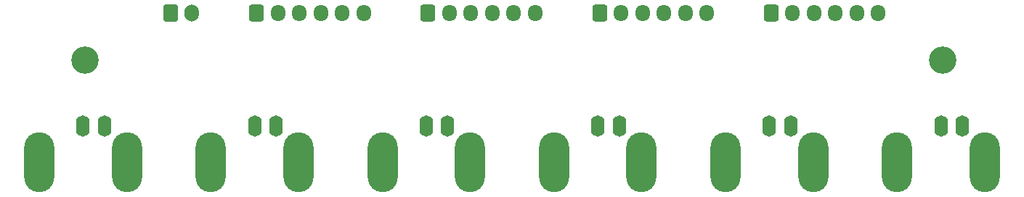
<source format=gbr>
%TF.GenerationSoftware,KiCad,Pcbnew,7.0.8*%
%TF.CreationDate,2024-02-13T18:25:42+01:00*%
%TF.ProjectId,BlankingRelay_Top1,426c616e-6b69-46e6-9752-656c61795f54,rev?*%
%TF.SameCoordinates,Original*%
%TF.FileFunction,Soldermask,Bot*%
%TF.FilePolarity,Negative*%
%FSLAX46Y46*%
G04 Gerber Fmt 4.6, Leading zero omitted, Abs format (unit mm)*
G04 Created by KiCad (PCBNEW 7.0.8) date 2024-02-13 18:25:42*
%MOMM*%
%LPD*%
G01*
G04 APERTURE LIST*
G04 Aperture macros list*
%AMRoundRect*
0 Rectangle with rounded corners*
0 $1 Rounding radius*
0 $2 $3 $4 $5 $6 $7 $8 $9 X,Y pos of 4 corners*
0 Add a 4 corners polygon primitive as box body*
4,1,4,$2,$3,$4,$5,$6,$7,$8,$9,$2,$3,0*
0 Add four circle primitives for the rounded corners*
1,1,$1+$1,$2,$3*
1,1,$1+$1,$4,$5*
1,1,$1+$1,$6,$7*
1,1,$1+$1,$8,$9*
0 Add four rect primitives between the rounded corners*
20,1,$1+$1,$2,$3,$4,$5,0*
20,1,$1+$1,$4,$5,$6,$7,0*
20,1,$1+$1,$6,$7,$8,$9,0*
20,1,$1+$1,$8,$9,$2,$3,0*%
G04 Aperture macros list end*
%ADD10RoundRect,0.250000X-0.600000X-0.725000X0.600000X-0.725000X0.600000X0.725000X-0.600000X0.725000X0*%
%ADD11O,1.700000X1.950000*%
%ADD12RoundRect,0.250000X-0.600000X-0.750000X0.600000X-0.750000X0.600000X0.750000X-0.600000X0.750000X0*%
%ADD13O,1.700000X2.000000*%
%ADD14O,1.600200X2.499360*%
%ADD15O,3.500120X7.000240*%
%ADD16C,3.200000*%
G04 APERTURE END LIST*
D10*
%TO.C,J10*%
X140000000Y-59500000D03*
D11*
X142500000Y-59500000D03*
X145000000Y-59500000D03*
X147500000Y-59500000D03*
X150000000Y-59500000D03*
X152500000Y-59500000D03*
%TD*%
D12*
%TO.C,J11*%
X70000000Y-59500000D03*
D13*
X72500000Y-59500000D03*
%TD*%
D10*
%TO.C,J8*%
X100000000Y-59500000D03*
D11*
X102500000Y-59500000D03*
X105000000Y-59500000D03*
X107500000Y-59500000D03*
X110000000Y-59500000D03*
X112500000Y-59500000D03*
%TD*%
D10*
%TO.C,J9*%
X120000000Y-59500000D03*
D11*
X122500000Y-59500000D03*
X125000000Y-59500000D03*
X127500000Y-59500000D03*
X130000000Y-59500000D03*
X132500000Y-59500000D03*
%TD*%
D10*
%TO.C,J1*%
X80000000Y-59500000D03*
D11*
X82500000Y-59500000D03*
X85000000Y-59500000D03*
X87500000Y-59500000D03*
X90000000Y-59500000D03*
X92500000Y-59500000D03*
%TD*%
D14*
%TO.C,J6*%
X139800000Y-72698740D03*
D15*
X144897780Y-76963400D03*
D14*
X142299360Y-72698740D03*
D15*
X134699680Y-76963400D03*
%TD*%
D14*
%TO.C,J7*%
X159800000Y-72698740D03*
D15*
X164897780Y-76963400D03*
D14*
X162299360Y-72698740D03*
D15*
X154699680Y-76963400D03*
%TD*%
D16*
%TO.C,REF\u002A\u002A*%
X60000000Y-65000000D03*
%TD*%
D14*
%TO.C,J5*%
X119800000Y-72698740D03*
D15*
X124897780Y-76963400D03*
D14*
X122299360Y-72698740D03*
D15*
X114699680Y-76963400D03*
%TD*%
D14*
%TO.C,J3*%
X79800000Y-72698740D03*
D15*
X84897780Y-76963400D03*
D14*
X82299360Y-72698740D03*
D15*
X74699680Y-76963400D03*
%TD*%
D16*
%TO.C,REF\u002A\u002A*%
X160000000Y-65000000D03*
%TD*%
D14*
%TO.C,J4*%
X99800000Y-72698740D03*
D15*
X104897780Y-76963400D03*
D14*
X102299360Y-72698740D03*
D15*
X94699680Y-76963400D03*
%TD*%
D14*
%TO.C,J2*%
X59800000Y-72698740D03*
D15*
X64897780Y-76963400D03*
D14*
X62299360Y-72698740D03*
D15*
X54699680Y-76963400D03*
%TD*%
M02*

</source>
